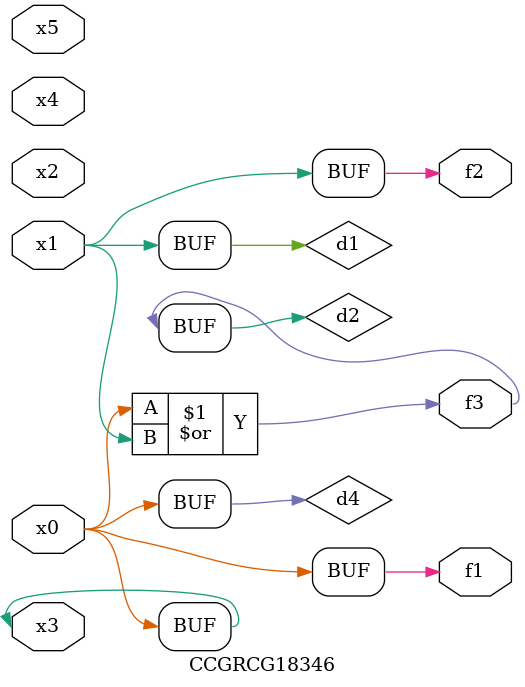
<source format=v>
module CCGRCG18346(
	input x0, x1, x2, x3, x4, x5,
	output f1, f2, f3
);

	wire d1, d2, d3, d4;

	and (d1, x1);
	or (d2, x0, x1);
	nand (d3, x0, x5);
	buf (d4, x0, x3);
	assign f1 = d4;
	assign f2 = d1;
	assign f3 = d2;
endmodule

</source>
